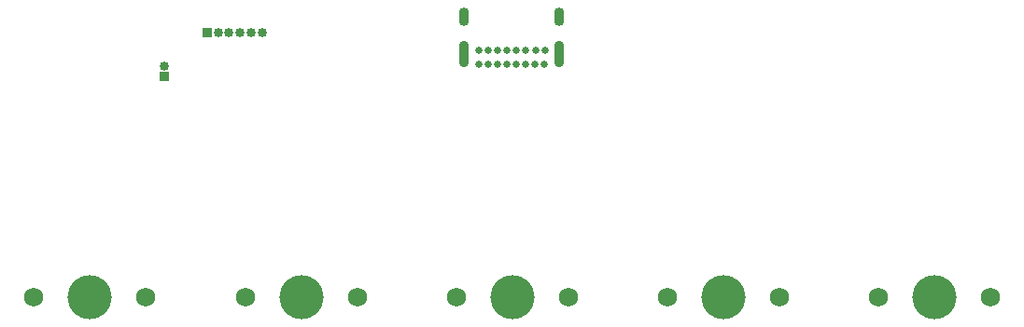
<source format=gbr>
%TF.GenerationSoftware,KiCad,Pcbnew,(5.1.7)-1*%
%TF.CreationDate,2021-01-12T02:41:31-08:00*%
%TF.ProjectId,pain5,7061696e-352e-46b6-9963-61645f706362,rev?*%
%TF.SameCoordinates,Original*%
%TF.FileFunction,Soldermask,Bot*%
%TF.FilePolarity,Negative*%
%FSLAX46Y46*%
G04 Gerber Fmt 4.6, Leading zero omitted, Abs format (unit mm)*
G04 Created by KiCad (PCBNEW (5.1.7)-1) date 2021-01-12 02:41:31*
%MOMM*%
%LPD*%
G01*
G04 APERTURE LIST*
%ADD10O,0.900000X1.700000*%
%ADD11O,0.900000X2.400000*%
%ADD12C,0.650000*%
%ADD13O,0.850000X0.850000*%
%ADD14R,0.850000X0.850000*%
%ADD15C,4.000000*%
%ADD16C,1.750000*%
G04 APERTURE END LIST*
D10*
%TO.C,J1*%
X169325000Y-64740000D03*
X160675000Y-64740000D03*
D11*
X169325000Y-68120000D03*
X160675000Y-68120000D03*
D12*
X167980000Y-67775000D03*
X167130000Y-67775000D03*
X166280000Y-67775000D03*
X165430000Y-67775000D03*
X164580000Y-67775000D03*
X163730000Y-67775000D03*
X162880000Y-67775000D03*
X162025000Y-67775000D03*
X167975000Y-69100000D03*
X167125000Y-69100000D03*
X166275000Y-69100000D03*
X165425000Y-69100000D03*
X164575000Y-69100000D03*
X162875000Y-69100000D03*
X162025000Y-69100000D03*
X163725000Y-69100000D03*
%TD*%
D13*
%TO.C,J2*%
X142350000Y-66150000D03*
X141350000Y-66150000D03*
X140350000Y-66150000D03*
X139350000Y-66150000D03*
X138350000Y-66150000D03*
D14*
X137350000Y-66150000D03*
%TD*%
%TO.C,J3*%
X133500000Y-70200000D03*
D13*
X133500000Y-69200000D03*
%TD*%
D15*
%TO.C,K1*%
X126740000Y-90225000D03*
D16*
X131820000Y-90225000D03*
X121660000Y-90225000D03*
%TD*%
%TO.C,K2*%
X140810000Y-90225000D03*
X150970000Y-90225000D03*
D15*
X145890000Y-90225000D03*
%TD*%
%TO.C,K3*%
X165015000Y-90225000D03*
D16*
X170095000Y-90225000D03*
X159935000Y-90225000D03*
%TD*%
%TO.C,K4*%
X179085000Y-90225000D03*
X189245000Y-90225000D03*
D15*
X184165000Y-90225000D03*
%TD*%
%TO.C,K5*%
X203305000Y-90220000D03*
D16*
X208385000Y-90220000D03*
X198225000Y-90220000D03*
%TD*%
M02*

</source>
